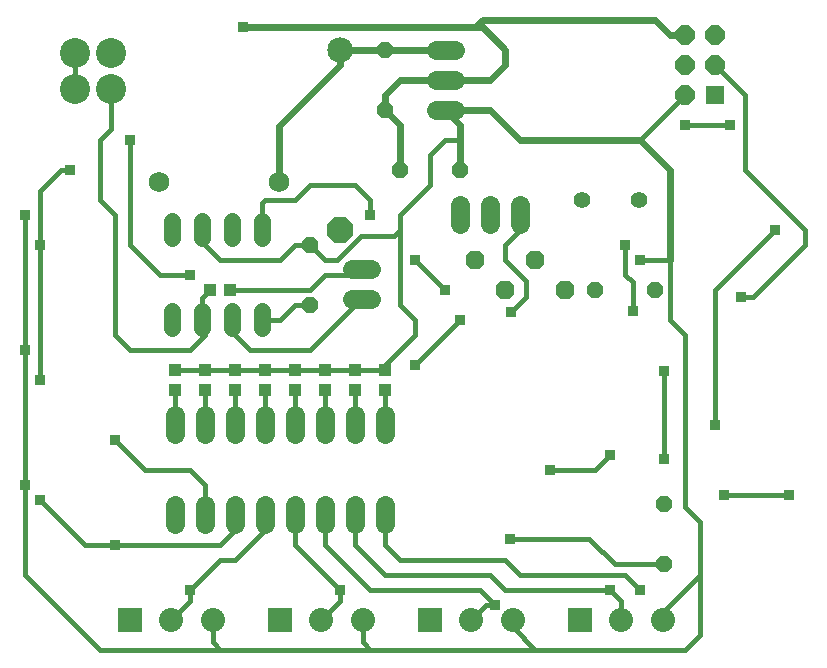
<source format=gbl>
G75*
G70*
%OFA0B0*%
%FSLAX24Y24*%
%IPPOS*%
%LPD*%
%AMOC8*
5,1,8,0,0,1.08239X$1,22.5*
%
%ADD10C,0.0560*%
%ADD11OC8,0.0630*%
%ADD12C,0.0680*%
%ADD13C,0.0560*%
%ADD14C,0.1000*%
%ADD15C,0.0640*%
%ADD16R,0.0640X0.0640*%
%ADD17OC8,0.0640*%
%ADD18C,0.0850*%
%ADD19OC8,0.0850*%
%ADD20OC8,0.0560*%
%ADD21R,0.0800X0.0800*%
%ADD22C,0.0800*%
%ADD23R,0.0433X0.0394*%
%ADD24C,0.0622*%
%ADD25R,0.0394X0.0433*%
%ADD26C,0.0160*%
%ADD27C,0.0240*%
%ADD28R,0.0360X0.0360*%
D10*
X019651Y016843D03*
X021551Y016843D03*
D11*
X019101Y013843D03*
X018101Y014843D03*
X017101Y013843D03*
X016101Y014843D03*
D12*
X009551Y017443D03*
X005551Y017443D03*
D13*
X006001Y016123D02*
X006001Y015563D01*
X007001Y015563D02*
X007001Y016123D01*
X008001Y016123D02*
X008001Y015563D01*
X009001Y015563D02*
X009001Y016123D01*
X009001Y013123D02*
X009001Y012563D01*
X008001Y012563D02*
X008001Y013123D01*
X007001Y013123D02*
X007001Y012563D01*
X006001Y012563D02*
X006001Y013123D01*
D14*
X003951Y020549D03*
X002770Y020549D03*
X002770Y021730D03*
X003951Y021730D03*
D15*
X011981Y014543D02*
X012621Y014543D01*
X012621Y013543D02*
X011981Y013543D01*
X015601Y016023D02*
X015601Y016663D01*
X016601Y016663D02*
X016601Y016023D01*
X017601Y016023D02*
X017601Y016663D01*
X015421Y019843D02*
X014781Y019843D01*
X014781Y020843D02*
X015421Y020843D01*
X015421Y021843D02*
X014781Y021843D01*
D16*
X024101Y020343D03*
D17*
X023101Y020343D03*
X023101Y021343D03*
X024101Y021343D03*
X024101Y022343D03*
X023101Y022343D03*
D18*
X011601Y021843D03*
D19*
X011601Y015843D03*
D20*
X010601Y015343D03*
X010601Y013343D03*
X013601Y017843D03*
X015601Y017843D03*
X013101Y019843D03*
X013101Y021843D03*
X020101Y013843D03*
X022101Y013843D03*
X022401Y006693D03*
X022401Y004693D03*
D21*
X019601Y002843D03*
X014601Y002843D03*
X009601Y002843D03*
X004601Y002843D03*
D22*
X005979Y002843D03*
X007357Y002843D03*
X010979Y002843D03*
X012357Y002843D03*
X015979Y002843D03*
X017357Y002843D03*
X020979Y002843D03*
X022357Y002843D03*
D23*
X013101Y010508D03*
X013101Y011177D03*
X012101Y011177D03*
X012101Y010508D03*
X011101Y010508D03*
X011101Y011177D03*
X010101Y011177D03*
X010101Y010508D03*
X009101Y010508D03*
X009101Y011177D03*
X008101Y011177D03*
X008101Y010508D03*
X007101Y010508D03*
X007101Y011177D03*
X006101Y011177D03*
X006101Y010508D03*
D24*
X006101Y009654D02*
X006101Y009032D01*
X007101Y009032D02*
X007101Y009654D01*
X008101Y009654D02*
X008101Y009032D01*
X009101Y009032D02*
X009101Y009654D01*
X010101Y009654D02*
X010101Y009032D01*
X011101Y009032D02*
X011101Y009654D01*
X012101Y009654D02*
X012101Y009032D01*
X013101Y009032D02*
X013101Y009654D01*
X013101Y006654D02*
X013101Y006032D01*
X012101Y006032D02*
X012101Y006654D01*
X011101Y006654D02*
X011101Y006032D01*
X010101Y006032D02*
X010101Y006654D01*
X009101Y006654D02*
X009101Y006032D01*
X008101Y006032D02*
X008101Y006654D01*
X007101Y006654D02*
X007101Y006032D01*
X006101Y006032D02*
X006101Y006654D01*
D25*
X007266Y013843D03*
X007935Y013843D03*
D26*
X001101Y004343D02*
X003601Y001843D01*
X007601Y001843D01*
X012601Y001843D01*
X018101Y001843D01*
X023101Y001843D01*
X023601Y002343D01*
X023601Y004343D01*
X023601Y006093D01*
X023101Y006593D01*
X023101Y012343D01*
X022601Y012843D01*
X022601Y014843D01*
X021601Y014843D01*
X021101Y014343D02*
X021101Y015343D01*
X021101Y014343D02*
X021351Y014093D01*
X021351Y013143D01*
X022401Y011143D02*
X022401Y008193D01*
X020601Y008343D02*
X020101Y007843D01*
X018601Y007843D01*
X019901Y005543D02*
X017251Y005543D01*
X017101Y004843D02*
X017601Y004343D01*
X021101Y004343D01*
X021601Y003843D01*
X020979Y003465D02*
X020601Y003843D01*
X017101Y003843D01*
X016601Y004343D01*
X013101Y004343D01*
X012101Y005343D01*
X012101Y006343D01*
X011101Y006343D02*
X011101Y005343D01*
X012601Y003843D01*
X016251Y003843D01*
X016751Y003343D01*
X016479Y003343D01*
X015979Y002843D01*
X017357Y002843D02*
X017357Y002587D01*
X018101Y001843D01*
X020979Y002843D02*
X020979Y003465D01*
X020751Y004693D02*
X019901Y005543D01*
X020751Y004693D02*
X022401Y004693D01*
X023601Y004343D02*
X022357Y003099D01*
X022357Y002843D01*
X024401Y006993D02*
X026551Y006993D01*
X024101Y009343D02*
X024101Y013843D01*
X026101Y015843D01*
X027101Y015843D02*
X027101Y015343D01*
X025351Y013593D01*
X024951Y013593D01*
X027101Y015843D02*
X025101Y017843D01*
X025101Y020343D01*
X024101Y021343D01*
X023101Y020343D02*
X021601Y018843D01*
X023101Y019343D02*
X024601Y019343D01*
X017801Y014143D02*
X017801Y013593D01*
X017301Y013093D01*
X017801Y014143D02*
X017101Y014843D01*
X017101Y015343D01*
X017601Y015843D01*
X017601Y016343D01*
X014601Y017343D02*
X013601Y016343D01*
X013601Y015843D01*
X013401Y015643D01*
X012301Y015643D01*
X011501Y014843D01*
X011101Y014843D01*
X010601Y015343D01*
X010101Y015343D01*
X009601Y014843D01*
X007601Y014843D01*
X007101Y015343D01*
X007101Y015743D01*
X007001Y015843D01*
X006601Y014343D02*
X005601Y014343D01*
X004601Y015343D01*
X004601Y018843D01*
X003951Y019193D02*
X003601Y018843D01*
X003601Y016843D01*
X004101Y016343D01*
X004101Y012343D01*
X004601Y011843D01*
X006601Y011843D01*
X007101Y012343D01*
X007101Y012743D01*
X007001Y012843D01*
X007001Y013577D01*
X007266Y013843D01*
X007935Y013843D02*
X010601Y013843D01*
X011101Y014343D01*
X012101Y014343D01*
X012301Y014543D01*
X012301Y013543D02*
X010601Y011843D01*
X008601Y011843D01*
X008001Y012443D01*
X008001Y012843D01*
X009001Y012843D02*
X009601Y012843D01*
X010101Y013343D01*
X010601Y013343D01*
X010101Y011177D02*
X011101Y011177D01*
X012101Y011177D01*
X013101Y011177D01*
X012935Y011177D02*
X014101Y012343D01*
X014101Y012843D01*
X013601Y013343D01*
X013601Y015843D01*
X012601Y016343D02*
X012601Y016843D01*
X012101Y017343D01*
X010601Y017343D01*
X010101Y016843D01*
X009101Y016843D01*
X009001Y016743D01*
X009001Y015843D01*
X014101Y014843D02*
X015101Y013843D01*
X015601Y012843D02*
X014101Y011343D01*
X012935Y011177D02*
X006101Y011177D01*
X007101Y011177D01*
X008101Y011177D01*
X009101Y011177D01*
X010101Y011177D01*
X010101Y010508D02*
X010101Y009343D01*
X011101Y009343D02*
X011101Y010508D01*
X012101Y010508D02*
X012101Y009343D01*
X013101Y009343D02*
X013101Y010508D01*
X009101Y010508D02*
X009101Y009343D01*
X008101Y009343D02*
X008101Y010508D01*
X007101Y010508D02*
X007101Y009343D01*
X006101Y009343D02*
X006101Y010508D01*
X004101Y008843D02*
X005101Y007843D01*
X006601Y007843D01*
X007101Y007343D01*
X007101Y006343D01*
X008101Y006343D02*
X008101Y005843D01*
X007601Y005343D01*
X004101Y005343D01*
X003101Y005343D01*
X001601Y006843D01*
X001101Y007343D02*
X001101Y011843D01*
X001101Y016343D01*
X001601Y017136D02*
X001601Y015343D01*
X001601Y010843D01*
X001101Y007343D02*
X001101Y004343D01*
X005979Y002843D02*
X006601Y003465D01*
X006601Y003843D01*
X007601Y004843D01*
X008101Y004843D01*
X009101Y005843D01*
X009101Y006343D01*
X010101Y006343D02*
X010101Y005343D01*
X011601Y003843D01*
X011601Y003465D01*
X010979Y002843D01*
X012357Y002843D02*
X012357Y002087D01*
X012601Y001843D01*
X013601Y004843D02*
X017101Y004843D01*
X013601Y004843D02*
X013101Y005343D01*
X013101Y006343D01*
X007601Y001843D02*
X007357Y002087D01*
X007357Y002843D01*
X001601Y017136D02*
X002308Y017843D01*
X002601Y017843D01*
X003951Y019193D02*
X003951Y020549D01*
X002770Y020549D02*
X002770Y021730D01*
X014601Y018343D02*
X014601Y017343D01*
X014601Y018343D02*
X015101Y018843D01*
X015601Y018843D01*
D27*
X015601Y017843D01*
X015601Y018843D02*
X015601Y019343D01*
X015101Y019843D01*
X016601Y019843D01*
X017601Y018843D01*
X021601Y018843D01*
X022601Y017843D01*
X022601Y014843D01*
X016601Y020843D02*
X015101Y020843D01*
X013601Y020843D01*
X013101Y020343D01*
X013101Y019843D01*
X013601Y019343D01*
X013601Y017843D01*
X016601Y020843D02*
X017101Y021343D01*
X017101Y021843D01*
X016351Y022593D01*
X016101Y022593D01*
X008351Y022593D01*
X011601Y021843D02*
X011601Y021343D01*
X009551Y019293D01*
X009551Y017443D01*
X011601Y021843D02*
X013101Y021843D01*
X015101Y021843D01*
X016101Y022593D02*
X016351Y022843D01*
X022101Y022843D01*
X022601Y022343D01*
X023101Y022343D01*
D28*
X023101Y019343D03*
X024601Y019343D03*
X026101Y015843D03*
X024951Y013593D03*
X022401Y011143D03*
X021351Y013143D03*
X021601Y014843D03*
X021101Y015343D03*
X017301Y013093D03*
X015601Y012843D03*
X015101Y013843D03*
X014101Y014843D03*
X012601Y016343D03*
X014101Y011343D03*
X018601Y007843D03*
X020601Y008343D03*
X022401Y008193D03*
X024101Y009343D03*
X024401Y006993D03*
X026551Y006993D03*
X021601Y003843D03*
X020601Y003843D03*
X017251Y005543D03*
X016751Y003343D03*
X011601Y003843D03*
X006601Y003843D03*
X004101Y005343D03*
X001601Y006843D03*
X001101Y007343D03*
X004101Y008843D03*
X001601Y010843D03*
X001101Y011843D03*
X001601Y015343D03*
X001101Y016343D03*
X002601Y017843D03*
X004601Y018843D03*
X008351Y022593D03*
X006601Y014343D03*
M02*

</source>
